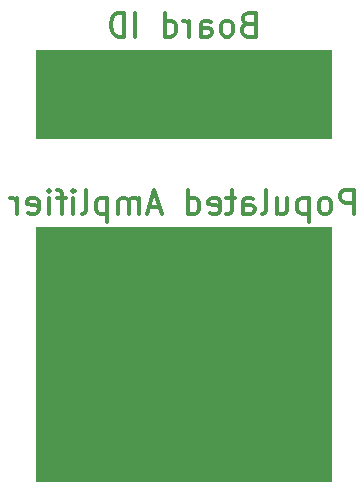
<source format=gbr>
G04 #@! TF.GenerationSoftware,KiCad,Pcbnew,5.1.6-c6e7f7d~87~ubuntu18.04.1*
G04 #@! TF.CreationDate,2021-01-12T05:29:31+00:00*
G04 #@! TF.ProjectId,amp,616d702e-6b69-4636-9164-5f7063625858,rev?*
G04 #@! TF.SameCoordinates,Original*
G04 #@! TF.FileFunction,Legend,Bot*
G04 #@! TF.FilePolarity,Positive*
%FSLAX46Y46*%
G04 Gerber Fmt 4.6, Leading zero omitted, Abs format (unit mm)*
G04 Created by KiCad (PCBNEW 5.1.6-c6e7f7d~87~ubuntu18.04.1) date 2021-01-12 05:29:31*
%MOMM*%
%LPD*%
G01*
G04 APERTURE LIST*
%ADD10C,0.100000*%
%ADD11C,0.300000*%
G04 APERTURE END LIST*
D10*
G36*
X150000000Y-111500000D02*
G01*
X125000000Y-111500000D01*
X125000000Y-90000000D01*
X150000000Y-90000000D01*
X150000000Y-111500000D01*
G37*
X150000000Y-111500000D02*
X125000000Y-111500000D01*
X125000000Y-90000000D01*
X150000000Y-90000000D01*
X150000000Y-111500000D01*
D11*
X151880952Y-88904761D02*
X151880952Y-86904761D01*
X151119047Y-86904761D01*
X150928571Y-87000000D01*
X150833333Y-87095238D01*
X150738095Y-87285714D01*
X150738095Y-87571428D01*
X150833333Y-87761904D01*
X150928571Y-87857142D01*
X151119047Y-87952380D01*
X151880952Y-87952380D01*
X149595238Y-88904761D02*
X149785714Y-88809523D01*
X149880952Y-88714285D01*
X149976190Y-88523809D01*
X149976190Y-87952380D01*
X149880952Y-87761904D01*
X149785714Y-87666666D01*
X149595238Y-87571428D01*
X149309523Y-87571428D01*
X149119047Y-87666666D01*
X149023809Y-87761904D01*
X148928571Y-87952380D01*
X148928571Y-88523809D01*
X149023809Y-88714285D01*
X149119047Y-88809523D01*
X149309523Y-88904761D01*
X149595238Y-88904761D01*
X148071428Y-87571428D02*
X148071428Y-89571428D01*
X148071428Y-87666666D02*
X147880952Y-87571428D01*
X147500000Y-87571428D01*
X147309523Y-87666666D01*
X147214285Y-87761904D01*
X147119047Y-87952380D01*
X147119047Y-88523809D01*
X147214285Y-88714285D01*
X147309523Y-88809523D01*
X147500000Y-88904761D01*
X147880952Y-88904761D01*
X148071428Y-88809523D01*
X145404761Y-87571428D02*
X145404761Y-88904761D01*
X146261904Y-87571428D02*
X146261904Y-88619047D01*
X146166666Y-88809523D01*
X145976190Y-88904761D01*
X145690476Y-88904761D01*
X145500000Y-88809523D01*
X145404761Y-88714285D01*
X144166666Y-88904761D02*
X144357142Y-88809523D01*
X144452380Y-88619047D01*
X144452380Y-86904761D01*
X142547619Y-88904761D02*
X142547619Y-87857142D01*
X142642857Y-87666666D01*
X142833333Y-87571428D01*
X143214285Y-87571428D01*
X143404761Y-87666666D01*
X142547619Y-88809523D02*
X142738095Y-88904761D01*
X143214285Y-88904761D01*
X143404761Y-88809523D01*
X143500000Y-88619047D01*
X143500000Y-88428571D01*
X143404761Y-88238095D01*
X143214285Y-88142857D01*
X142738095Y-88142857D01*
X142547619Y-88047619D01*
X141880952Y-87571428D02*
X141119047Y-87571428D01*
X141595238Y-86904761D02*
X141595238Y-88619047D01*
X141500000Y-88809523D01*
X141309523Y-88904761D01*
X141119047Y-88904761D01*
X139690476Y-88809523D02*
X139880952Y-88904761D01*
X140261904Y-88904761D01*
X140452380Y-88809523D01*
X140547619Y-88619047D01*
X140547619Y-87857142D01*
X140452380Y-87666666D01*
X140261904Y-87571428D01*
X139880952Y-87571428D01*
X139690476Y-87666666D01*
X139595238Y-87857142D01*
X139595238Y-88047619D01*
X140547619Y-88238095D01*
X137880952Y-88904761D02*
X137880952Y-86904761D01*
X137880952Y-88809523D02*
X138071428Y-88904761D01*
X138452380Y-88904761D01*
X138642857Y-88809523D01*
X138738095Y-88714285D01*
X138833333Y-88523809D01*
X138833333Y-87952380D01*
X138738095Y-87761904D01*
X138642857Y-87666666D01*
X138452380Y-87571428D01*
X138071428Y-87571428D01*
X137880952Y-87666666D01*
X135500000Y-88333333D02*
X134547619Y-88333333D01*
X135690476Y-88904761D02*
X135023809Y-86904761D01*
X134357142Y-88904761D01*
X133690476Y-88904761D02*
X133690476Y-87571428D01*
X133690476Y-87761904D02*
X133595238Y-87666666D01*
X133404761Y-87571428D01*
X133119047Y-87571428D01*
X132928571Y-87666666D01*
X132833333Y-87857142D01*
X132833333Y-88904761D01*
X132833333Y-87857142D02*
X132738095Y-87666666D01*
X132547619Y-87571428D01*
X132261904Y-87571428D01*
X132071428Y-87666666D01*
X131976190Y-87857142D01*
X131976190Y-88904761D01*
X131023809Y-87571428D02*
X131023809Y-89571428D01*
X131023809Y-87666666D02*
X130833333Y-87571428D01*
X130452380Y-87571428D01*
X130261904Y-87666666D01*
X130166666Y-87761904D01*
X130071428Y-87952380D01*
X130071428Y-88523809D01*
X130166666Y-88714285D01*
X130261904Y-88809523D01*
X130452380Y-88904761D01*
X130833333Y-88904761D01*
X131023809Y-88809523D01*
X128928571Y-88904761D02*
X129119047Y-88809523D01*
X129214285Y-88619047D01*
X129214285Y-86904761D01*
X128166666Y-88904761D02*
X128166666Y-87571428D01*
X128166666Y-86904761D02*
X128261904Y-87000000D01*
X128166666Y-87095238D01*
X128071428Y-87000000D01*
X128166666Y-86904761D01*
X128166666Y-87095238D01*
X127500000Y-87571428D02*
X126738095Y-87571428D01*
X127214285Y-88904761D02*
X127214285Y-87190476D01*
X127119047Y-87000000D01*
X126928571Y-86904761D01*
X126738095Y-86904761D01*
X126071428Y-88904761D02*
X126071428Y-87571428D01*
X126071428Y-86904761D02*
X126166666Y-87000000D01*
X126071428Y-87095238D01*
X125976190Y-87000000D01*
X126071428Y-86904761D01*
X126071428Y-87095238D01*
X124357142Y-88809523D02*
X124547619Y-88904761D01*
X124928571Y-88904761D01*
X125119047Y-88809523D01*
X125214285Y-88619047D01*
X125214285Y-87857142D01*
X125119047Y-87666666D01*
X124928571Y-87571428D01*
X124547619Y-87571428D01*
X124357142Y-87666666D01*
X124261904Y-87857142D01*
X124261904Y-88047619D01*
X125214285Y-88238095D01*
X123404761Y-88904761D02*
X123404761Y-87571428D01*
X123404761Y-87952380D02*
X123309523Y-87761904D01*
X123214285Y-87666666D01*
X123023809Y-87571428D01*
X122833333Y-87571428D01*
D10*
G36*
X150000000Y-82500000D02*
G01*
X125000000Y-82500000D01*
X125000000Y-75000000D01*
X150000000Y-75000000D01*
X150000000Y-82500000D01*
G37*
X150000000Y-82500000D02*
X125000000Y-82500000D01*
X125000000Y-75000000D01*
X150000000Y-75000000D01*
X150000000Y-82500000D01*
D11*
X142928571Y-72857142D02*
X142642857Y-72952380D01*
X142547619Y-73047619D01*
X142452380Y-73238095D01*
X142452380Y-73523809D01*
X142547619Y-73714285D01*
X142642857Y-73809523D01*
X142833333Y-73904761D01*
X143595238Y-73904761D01*
X143595238Y-71904761D01*
X142928571Y-71904761D01*
X142738095Y-72000000D01*
X142642857Y-72095238D01*
X142547619Y-72285714D01*
X142547619Y-72476190D01*
X142642857Y-72666666D01*
X142738095Y-72761904D01*
X142928571Y-72857142D01*
X143595238Y-72857142D01*
X141309523Y-73904761D02*
X141500000Y-73809523D01*
X141595238Y-73714285D01*
X141690476Y-73523809D01*
X141690476Y-72952380D01*
X141595238Y-72761904D01*
X141500000Y-72666666D01*
X141309523Y-72571428D01*
X141023809Y-72571428D01*
X140833333Y-72666666D01*
X140738095Y-72761904D01*
X140642857Y-72952380D01*
X140642857Y-73523809D01*
X140738095Y-73714285D01*
X140833333Y-73809523D01*
X141023809Y-73904761D01*
X141309523Y-73904761D01*
X138928571Y-73904761D02*
X138928571Y-72857142D01*
X139023809Y-72666666D01*
X139214285Y-72571428D01*
X139595238Y-72571428D01*
X139785714Y-72666666D01*
X138928571Y-73809523D02*
X139119047Y-73904761D01*
X139595238Y-73904761D01*
X139785714Y-73809523D01*
X139880952Y-73619047D01*
X139880952Y-73428571D01*
X139785714Y-73238095D01*
X139595238Y-73142857D01*
X139119047Y-73142857D01*
X138928571Y-73047619D01*
X137976190Y-73904761D02*
X137976190Y-72571428D01*
X137976190Y-72952380D02*
X137880952Y-72761904D01*
X137785714Y-72666666D01*
X137595238Y-72571428D01*
X137404761Y-72571428D01*
X135880952Y-73904761D02*
X135880952Y-71904761D01*
X135880952Y-73809523D02*
X136071428Y-73904761D01*
X136452380Y-73904761D01*
X136642857Y-73809523D01*
X136738095Y-73714285D01*
X136833333Y-73523809D01*
X136833333Y-72952380D01*
X136738095Y-72761904D01*
X136642857Y-72666666D01*
X136452380Y-72571428D01*
X136071428Y-72571428D01*
X135880952Y-72666666D01*
X133404761Y-73904761D02*
X133404761Y-71904761D01*
X132452380Y-73904761D02*
X132452380Y-71904761D01*
X131976190Y-71904761D01*
X131690476Y-72000000D01*
X131500000Y-72190476D01*
X131404761Y-72380952D01*
X131309523Y-72761904D01*
X131309523Y-73047619D01*
X131404761Y-73428571D01*
X131500000Y-73619047D01*
X131690476Y-73809523D01*
X131976190Y-73904761D01*
X132452380Y-73904761D01*
M02*

</source>
